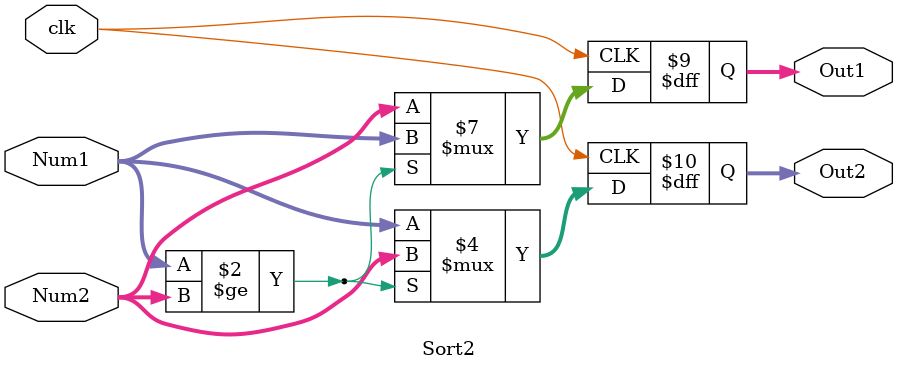
<source format=v>
module Sort2(input clk,
                input [7:0] Num1, Num2,
                output reg [7:0] Out1, Out2);

always@(posedge clk) begin

    if(Num1 >= Num2) begin
        Out1 <= Num1;
        Out2 <= Num2;
    end
    else begin
        Out1 <= Num2;
        Out2 <= Num1;
    end
end

endmodule // Clocks = 1
</source>
